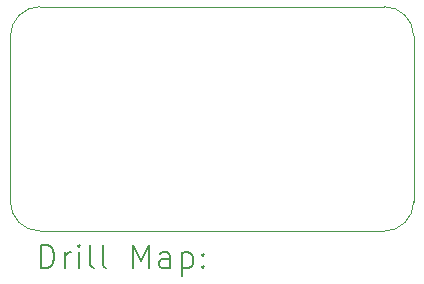
<source format=gbr>
%TF.GenerationSoftware,KiCad,Pcbnew,8.0.3*%
%TF.CreationDate,2024-06-23T18:20:28+02:00*%
%TF.ProjectId,PCF2131-breakout,50434632-3133-4312-9d62-7265616b6f75,rev?*%
%TF.SameCoordinates,Original*%
%TF.FileFunction,Drillmap*%
%TF.FilePolarity,Positive*%
%FSLAX45Y45*%
G04 Gerber Fmt 4.5, Leading zero omitted, Abs format (unit mm)*
G04 Created by KiCad (PCBNEW 8.0.3) date 2024-06-23 18:20:28*
%MOMM*%
%LPD*%
G01*
G04 APERTURE LIST*
%ADD10C,0.050000*%
%ADD11C,0.200000*%
G04 APERTURE END LIST*
D10*
X9950000Y-6300000D02*
X12865000Y-6300000D01*
X13115000Y-6550000D02*
X13115000Y-7950000D01*
X12865000Y-8200000D02*
X9950000Y-8200000D01*
X9700000Y-7950000D02*
X9700000Y-6550000D01*
X12865000Y-6300000D02*
G75*
G02*
X13115000Y-6550000I0J-250000D01*
G01*
X13115000Y-7950000D02*
G75*
G02*
X12865000Y-8200000I-250000J0D01*
G01*
X9700000Y-6550000D02*
G75*
G02*
X9950000Y-6300000I250000J0D01*
G01*
X9950000Y-8200000D02*
G75*
G02*
X9700000Y-7950000I0J250000D01*
G01*
D11*
X9958277Y-8513984D02*
X9958277Y-8313984D01*
X9958277Y-8313984D02*
X10005896Y-8313984D01*
X10005896Y-8313984D02*
X10034467Y-8323508D01*
X10034467Y-8323508D02*
X10053515Y-8342555D01*
X10053515Y-8342555D02*
X10063039Y-8361603D01*
X10063039Y-8361603D02*
X10072563Y-8399698D01*
X10072563Y-8399698D02*
X10072563Y-8428270D01*
X10072563Y-8428270D02*
X10063039Y-8466365D01*
X10063039Y-8466365D02*
X10053515Y-8485412D01*
X10053515Y-8485412D02*
X10034467Y-8504460D01*
X10034467Y-8504460D02*
X10005896Y-8513984D01*
X10005896Y-8513984D02*
X9958277Y-8513984D01*
X10158277Y-8513984D02*
X10158277Y-8380650D01*
X10158277Y-8418746D02*
X10167801Y-8399698D01*
X10167801Y-8399698D02*
X10177324Y-8390174D01*
X10177324Y-8390174D02*
X10196372Y-8380650D01*
X10196372Y-8380650D02*
X10215420Y-8380650D01*
X10282086Y-8513984D02*
X10282086Y-8380650D01*
X10282086Y-8313984D02*
X10272563Y-8323508D01*
X10272563Y-8323508D02*
X10282086Y-8333031D01*
X10282086Y-8333031D02*
X10291610Y-8323508D01*
X10291610Y-8323508D02*
X10282086Y-8313984D01*
X10282086Y-8313984D02*
X10282086Y-8333031D01*
X10405896Y-8513984D02*
X10386848Y-8504460D01*
X10386848Y-8504460D02*
X10377324Y-8485412D01*
X10377324Y-8485412D02*
X10377324Y-8313984D01*
X10510658Y-8513984D02*
X10491610Y-8504460D01*
X10491610Y-8504460D02*
X10482086Y-8485412D01*
X10482086Y-8485412D02*
X10482086Y-8313984D01*
X10739229Y-8513984D02*
X10739229Y-8313984D01*
X10739229Y-8313984D02*
X10805896Y-8456841D01*
X10805896Y-8456841D02*
X10872563Y-8313984D01*
X10872563Y-8313984D02*
X10872563Y-8513984D01*
X11053515Y-8513984D02*
X11053515Y-8409222D01*
X11053515Y-8409222D02*
X11043991Y-8390174D01*
X11043991Y-8390174D02*
X11024944Y-8380650D01*
X11024944Y-8380650D02*
X10986848Y-8380650D01*
X10986848Y-8380650D02*
X10967801Y-8390174D01*
X11053515Y-8504460D02*
X11034467Y-8513984D01*
X11034467Y-8513984D02*
X10986848Y-8513984D01*
X10986848Y-8513984D02*
X10967801Y-8504460D01*
X10967801Y-8504460D02*
X10958277Y-8485412D01*
X10958277Y-8485412D02*
X10958277Y-8466365D01*
X10958277Y-8466365D02*
X10967801Y-8447317D01*
X10967801Y-8447317D02*
X10986848Y-8437793D01*
X10986848Y-8437793D02*
X11034467Y-8437793D01*
X11034467Y-8437793D02*
X11053515Y-8428270D01*
X11148753Y-8380650D02*
X11148753Y-8580650D01*
X11148753Y-8390174D02*
X11167801Y-8380650D01*
X11167801Y-8380650D02*
X11205896Y-8380650D01*
X11205896Y-8380650D02*
X11224943Y-8390174D01*
X11224943Y-8390174D02*
X11234467Y-8399698D01*
X11234467Y-8399698D02*
X11243991Y-8418746D01*
X11243991Y-8418746D02*
X11243991Y-8475889D01*
X11243991Y-8475889D02*
X11234467Y-8494936D01*
X11234467Y-8494936D02*
X11224943Y-8504460D01*
X11224943Y-8504460D02*
X11205896Y-8513984D01*
X11205896Y-8513984D02*
X11167801Y-8513984D01*
X11167801Y-8513984D02*
X11148753Y-8504460D01*
X11329705Y-8494936D02*
X11339229Y-8504460D01*
X11339229Y-8504460D02*
X11329705Y-8513984D01*
X11329705Y-8513984D02*
X11320182Y-8504460D01*
X11320182Y-8504460D02*
X11329705Y-8494936D01*
X11329705Y-8494936D02*
X11329705Y-8513984D01*
X11329705Y-8390174D02*
X11339229Y-8399698D01*
X11339229Y-8399698D02*
X11329705Y-8409222D01*
X11329705Y-8409222D02*
X11320182Y-8399698D01*
X11320182Y-8399698D02*
X11329705Y-8390174D01*
X11329705Y-8390174D02*
X11329705Y-8409222D01*
M02*

</source>
